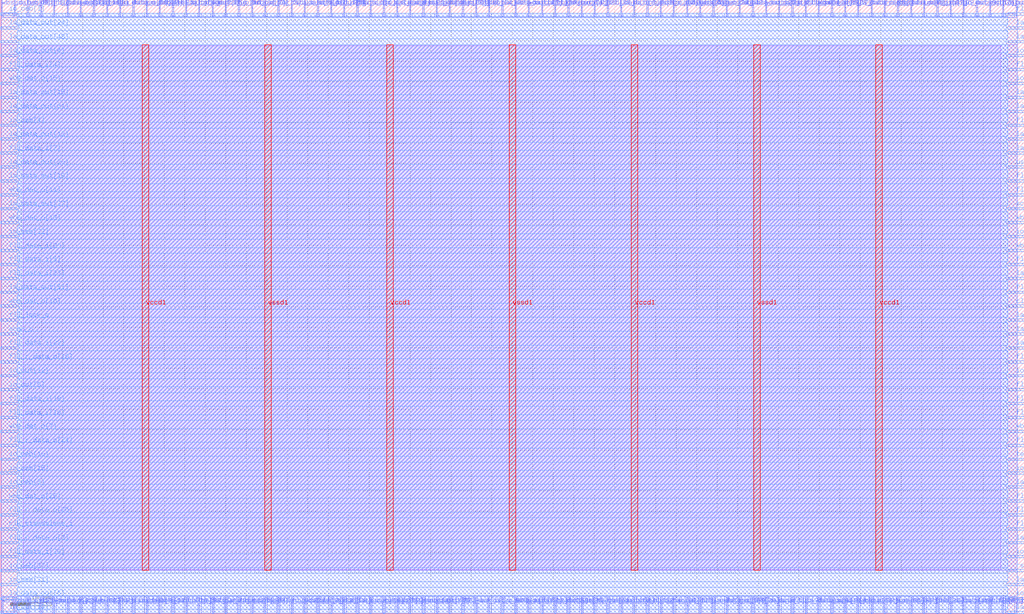
<source format=lef>
VERSION 5.7 ;
  NOWIREEXTENSIONATPIN ON ;
  DIVIDERCHAR "/" ;
  BUSBITCHARS "[]" ;
MACRO clk_rst_gen
  CLASS BLOCK ;
  FOREIGN clk_rst_gen ;
  ORIGIN 0.000 0.000 ;
  SIZE 250.000 BY 150.000 ;
  PIN clk_i
    DIRECTION INPUT ;
    USE SIGNAL ;
    PORT
      LAYER met3 ;
        RECT 246.000 74.840 250.000 75.440 ;
    END
  END clk_i
  PIN clk_o
    DIRECTION OUTPUT TRISTATE ;
    USE SIGNAL ;
    PORT
      LAYER met2 ;
        RECT 109.570 0.000 109.850 4.000 ;
    END
  END clk_o
  PIN clk_sel_i
    DIRECTION INPUT ;
    USE SIGNAL ;
    PORT
      LAYER met2 ;
        RECT 22.630 146.000 22.910 150.000 ;
    END
  END clk_sel_i
  PIN clk_standalone_i
    DIRECTION INPUT ;
    USE SIGNAL ;
    PORT
      LAYER met3 ;
        RECT 0.000 20.440 4.000 21.040 ;
    END
  END clk_standalone_i
  PIN fll_ack_o
    DIRECTION OUTPUT TRISTATE ;
    USE SIGNAL ;
    PORT
      LAYER met2 ;
        RECT 112.790 0.000 113.070 4.000 ;
    END
  END fll_ack_o
  PIN fll_add_i[0]
    DIRECTION INPUT ;
    USE SIGNAL ;
    PORT
      LAYER met3 ;
        RECT 246.000 146.240 250.000 146.840 ;
    END
  END fll_add_i[0]
  PIN fll_add_i[1]
    DIRECTION INPUT ;
    USE SIGNAL ;
    PORT
      LAYER met2 ;
        RECT 241.590 0.000 241.870 4.000 ;
    END
  END fll_add_i[1]
  PIN fll_data_i[0]
    DIRECTION INPUT ;
    USE SIGNAL ;
    PORT
      LAYER met2 ;
        RECT 83.810 146.000 84.090 150.000 ;
    END
  END fll_data_i[0]
  PIN fll_data_i[10]
    DIRECTION INPUT ;
    USE SIGNAL ;
    PORT
      LAYER met3 ;
        RECT 0.000 47.640 4.000 48.240 ;
    END
  END fll_data_i[10]
  PIN fll_data_i[11]
    DIRECTION INPUT ;
    USE SIGNAL ;
    PORT
      LAYER met2 ;
        RECT 16.190 146.000 16.470 150.000 ;
    END
  END fll_data_i[11]
  PIN fll_data_i[12]
    DIRECTION INPUT ;
    USE SIGNAL ;
    PORT
      LAYER met3 ;
        RECT 246.000 105.440 250.000 106.040 ;
    END
  END fll_data_i[12]
  PIN fll_data_i[13]
    DIRECTION INPUT ;
    USE SIGNAL ;
    PORT
      LAYER met2 ;
        RECT 199.730 0.000 200.010 4.000 ;
    END
  END fll_data_i[13]
  PIN fll_data_i[14]
    DIRECTION INPUT ;
    USE SIGNAL ;
    PORT
      LAYER met2 ;
        RECT 164.310 146.000 164.590 150.000 ;
    END
  END fll_data_i[14]
  PIN fll_data_i[15]
    DIRECTION INPUT ;
    USE SIGNAL ;
    PORT
      LAYER met2 ;
        RECT 70.930 146.000 71.210 150.000 ;
    END
  END fll_data_i[15]
  PIN fll_data_i[16]
    DIRECTION INPUT ;
    USE SIGNAL ;
    PORT
      LAYER met3 ;
        RECT 246.000 40.840 250.000 41.440 ;
    END
  END fll_data_i[16]
  PIN fll_data_i[17]
    DIRECTION INPUT ;
    USE SIGNAL ;
    PORT
      LAYER met2 ;
        RECT 32.290 0.000 32.570 4.000 ;
    END
  END fll_data_i[17]
  PIN fll_data_i[18]
    DIRECTION INPUT ;
    USE SIGNAL ;
    PORT
      LAYER met3 ;
        RECT 0.000 51.040 4.000 51.640 ;
    END
  END fll_data_i[18]
  PIN fll_data_i[19]
    DIRECTION INPUT ;
    USE SIGNAL ;
    PORT
      LAYER met2 ;
        RECT 157.870 146.000 158.150 150.000 ;
    END
  END fll_data_i[19]
  PIN fll_data_i[1]
    DIRECTION INPUT ;
    USE SIGNAL ;
    PORT
      LAYER met2 ;
        RECT 135.330 146.000 135.610 150.000 ;
    END
  END fll_data_i[1]
  PIN fll_data_i[20]
    DIRECTION INPUT ;
    USE SIGNAL ;
    PORT
      LAYER met3 ;
        RECT 0.000 88.440 4.000 89.040 ;
    END
  END fll_data_i[20]
  PIN fll_data_i[21]
    DIRECTION INPUT ;
    USE SIGNAL ;
    PORT
      LAYER met3 ;
        RECT 246.000 51.040 250.000 51.640 ;
    END
  END fll_data_i[21]
  PIN fll_data_i[22]
    DIRECTION INPUT ;
    USE SIGNAL ;
    PORT
      LAYER met2 ;
        RECT 9.750 0.000 10.030 4.000 ;
    END
  END fll_data_i[22]
  PIN fll_data_i[23]
    DIRECTION INPUT ;
    USE SIGNAL ;
    PORT
      LAYER met3 ;
        RECT 0.000 81.640 4.000 82.240 ;
    END
  END fll_data_i[23]
  PIN fll_data_i[24]
    DIRECTION INPUT ;
    USE SIGNAL ;
    PORT
      LAYER met3 ;
        RECT 246.000 54.440 250.000 55.040 ;
    END
  END fll_data_i[24]
  PIN fll_data_i[25]
    DIRECTION INPUT ;
    USE SIGNAL ;
    PORT
      LAYER met2 ;
        RECT 196.510 146.000 196.790 150.000 ;
    END
  END fll_data_i[25]
  PIN fll_data_i[26]
    DIRECTION INPUT ;
    USE SIGNAL ;
    PORT
      LAYER met2 ;
        RECT 228.710 0.000 228.990 4.000 ;
    END
  END fll_data_i[26]
  PIN fll_data_i[27]
    DIRECTION INPUT ;
    USE SIGNAL ;
    PORT
      LAYER met2 ;
        RECT 222.270 146.000 222.550 150.000 ;
    END
  END fll_data_i[27]
  PIN fll_data_i[28]
    DIRECTION INPUT ;
    USE SIGNAL ;
    PORT
      LAYER met2 ;
        RECT 12.970 146.000 13.250 150.000 ;
    END
  END fll_data_i[28]
  PIN fll_data_i[29]
    DIRECTION INPUT ;
    USE SIGNAL ;
    PORT
      LAYER met3 ;
        RECT 0.000 64.640 4.000 65.240 ;
    END
  END fll_data_i[29]
  PIN fll_data_i[2]
    DIRECTION INPUT ;
    USE SIGNAL ;
    PORT
      LAYER met2 ;
        RECT 70.930 0.000 71.210 4.000 ;
    END
  END fll_data_i[2]
  PIN fll_data_i[30]
    DIRECTION INPUT ;
    USE SIGNAL ;
    PORT
      LAYER met3 ;
        RECT 0.000 13.640 4.000 14.240 ;
    END
  END fll_data_i[30]
  PIN fll_data_i[31]
    DIRECTION INPUT ;
    USE SIGNAL ;
    PORT
      LAYER met3 ;
        RECT 246.000 27.240 250.000 27.840 ;
    END
  END fll_data_i[31]
  PIN fll_data_i[3]
    DIRECTION INPUT ;
    USE SIGNAL ;
    PORT
      LAYER met2 ;
        RECT 87.030 146.000 87.310 150.000 ;
    END
  END fll_data_i[3]
  PIN fll_data_i[4]
    DIRECTION INPUT ;
    USE SIGNAL ;
    PORT
      LAYER met3 ;
        RECT 0.000 132.640 4.000 133.240 ;
    END
  END fll_data_i[4]
  PIN fll_data_i[5]
    DIRECTION INPUT ;
    USE SIGNAL ;
    PORT
      LAYER met3 ;
        RECT 0.000 85.040 4.000 85.640 ;
    END
  END fll_data_i[5]
  PIN fll_data_i[6]
    DIRECTION INPUT ;
    USE SIGNAL ;
    PORT
      LAYER met2 ;
        RECT 183.630 0.000 183.910 4.000 ;
    END
  END fll_data_i[6]
  PIN fll_data_i[7]
    DIRECTION INPUT ;
    USE SIGNAL ;
    PORT
      LAYER met3 ;
        RECT 0.000 112.240 4.000 112.840 ;
    END
  END fll_data_i[7]
  PIN fll_data_i[8]
    DIRECTION INPUT ;
    USE SIGNAL ;
    PORT
      LAYER met2 ;
        RECT 148.210 146.000 148.490 150.000 ;
    END
  END fll_data_i[8]
  PIN fll_data_i[9]
    DIRECTION INPUT ;
    USE SIGNAL ;
    PORT
      LAYER met2 ;
        RECT 157.870 0.000 158.150 4.000 ;
    END
  END fll_data_i[9]
  PIN fll_lock_o
    DIRECTION OUTPUT TRISTATE ;
    USE SIGNAL ;
    PORT
      LAYER met3 ;
        RECT 0.000 71.440 4.000 72.040 ;
    END
  END fll_lock_o
  PIN fll_r_data_o[0]
    DIRECTION OUTPUT TRISTATE ;
    USE SIGNAL ;
    PORT
      LAYER met3 ;
        RECT 246.000 61.240 250.000 61.840 ;
    END
  END fll_r_data_o[0]
  PIN fll_r_data_o[10]
    DIRECTION OUTPUT TRISTATE ;
    USE SIGNAL ;
    PORT
      LAYER met2 ;
        RECT 170.750 0.000 171.030 4.000 ;
    END
  END fll_r_data_o[10]
  PIN fll_r_data_o[11]
    DIRECTION OUTPUT TRISTATE ;
    USE SIGNAL ;
    PORT
      LAYER met2 ;
        RECT 25.850 146.000 26.130 150.000 ;
    END
  END fll_r_data_o[11]
  PIN fll_r_data_o[12]
    DIRECTION OUTPUT TRISTATE ;
    USE SIGNAL ;
    PORT
      LAYER met2 ;
        RECT 154.650 146.000 154.930 150.000 ;
    END
  END fll_r_data_o[12]
  PIN fll_r_data_o[13]
    DIRECTION OUTPUT TRISTATE ;
    USE SIGNAL ;
    PORT
      LAYER met3 ;
        RECT 246.000 23.840 250.000 24.440 ;
    END
  END fll_r_data_o[13]
  PIN fll_r_data_o[14]
    DIRECTION OUTPUT TRISTATE ;
    USE SIGNAL ;
    PORT
      LAYER met3 ;
        RECT 246.000 20.440 250.000 21.040 ;
    END
  END fll_r_data_o[14]
  PIN fll_r_data_o[15]
    DIRECTION OUTPUT TRISTATE ;
    USE SIGNAL ;
    PORT
      LAYER met3 ;
        RECT 246.000 78.240 250.000 78.840 ;
    END
  END fll_r_data_o[15]
  PIN fll_r_data_o[16]
    DIRECTION OUTPUT TRISTATE ;
    USE SIGNAL ;
    PORT
      LAYER met3 ;
        RECT 0.000 61.240 4.000 61.840 ;
    END
  END fll_r_data_o[16]
  PIN fll_r_data_o[17]
    DIRECTION OUTPUT TRISTATE ;
    USE SIGNAL ;
    PORT
      LAYER met2 ;
        RECT 231.930 146.000 232.210 150.000 ;
    END
  END fll_r_data_o[17]
  PIN fll_r_data_o[18]
    DIRECTION OUTPUT TRISTATE ;
    USE SIGNAL ;
    PORT
      LAYER met2 ;
        RECT 67.710 0.000 67.990 4.000 ;
    END
  END fll_r_data_o[18]
  PIN fll_r_data_o[19]
    DIRECTION OUTPUT TRISTATE ;
    USE SIGNAL ;
    PORT
      LAYER met3 ;
        RECT 246.000 85.040 250.000 85.640 ;
    END
  END fll_r_data_o[19]
  PIN fll_r_data_o[1]
    DIRECTION OUTPUT TRISTATE ;
    USE SIGNAL ;
    PORT
      LAYER met2 ;
        RECT 132.110 146.000 132.390 150.000 ;
    END
  END fll_r_data_o[1]
  PIN fll_r_data_o[20]
    DIRECTION OUTPUT TRISTATE ;
    USE SIGNAL ;
    PORT
      LAYER met2 ;
        RECT 93.470 146.000 93.750 150.000 ;
    END
  END fll_r_data_o[20]
  PIN fll_r_data_o[21]
    DIRECTION OUTPUT TRISTATE ;
    USE SIGNAL ;
    PORT
      LAYER met2 ;
        RECT 32.290 146.000 32.570 150.000 ;
    END
  END fll_r_data_o[21]
  PIN fll_r_data_o[22]
    DIRECTION OUTPUT TRISTATE ;
    USE SIGNAL ;
    PORT
      LAYER met2 ;
        RECT 45.170 0.000 45.450 4.000 ;
    END
  END fll_r_data_o[22]
  PIN fll_r_data_o[23]
    DIRECTION OUTPUT TRISTATE ;
    USE SIGNAL ;
    PORT
      LAYER met2 ;
        RECT 215.830 146.000 216.110 150.000 ;
    END
  END fll_r_data_o[23]
  PIN fll_r_data_o[24]
    DIRECTION OUTPUT TRISTATE ;
    USE SIGNAL ;
    PORT
      LAYER met3 ;
        RECT 0.000 40.840 4.000 41.440 ;
    END
  END fll_r_data_o[24]
  PIN fll_r_data_o[25]
    DIRECTION OUTPUT TRISTATE ;
    USE SIGNAL ;
    PORT
      LAYER met3 ;
        RECT 0.000 23.840 4.000 24.440 ;
    END
  END fll_r_data_o[25]
  PIN fll_r_data_o[26]
    DIRECTION OUTPUT TRISTATE ;
    USE SIGNAL ;
    PORT
      LAYER met3 ;
        RECT 246.000 132.640 250.000 133.240 ;
    END
  END fll_r_data_o[26]
  PIN fll_r_data_o[27]
    DIRECTION OUTPUT TRISTATE ;
    USE SIGNAL ;
    PORT
      LAYER met2 ;
        RECT 9.750 146.000 10.030 150.000 ;
    END
  END fll_r_data_o[27]
  PIN fll_r_data_o[28]
    DIRECTION OUTPUT TRISTATE ;
    USE SIGNAL ;
    PORT
      LAYER met2 ;
        RECT 206.170 146.000 206.450 150.000 ;
    END
  END fll_r_data_o[28]
  PIN fll_r_data_o[29]
    DIRECTION OUTPUT TRISTATE ;
    USE SIGNAL ;
    PORT
      LAYER met2 ;
        RECT 103.130 146.000 103.410 150.000 ;
    END
  END fll_r_data_o[29]
  PIN fll_r_data_o[2]
    DIRECTION OUTPUT TRISTATE ;
    USE SIGNAL ;
    PORT
      LAYER met3 ;
        RECT 246.000 119.040 250.000 119.640 ;
    END
  END fll_r_data_o[2]
  PIN fll_r_data_o[30]
    DIRECTION OUTPUT TRISTATE ;
    USE SIGNAL ;
    PORT
      LAYER met2 ;
        RECT 161.090 146.000 161.370 150.000 ;
    END
  END fll_r_data_o[30]
  PIN fll_r_data_o[31]
    DIRECTION OUTPUT TRISTATE ;
    USE SIGNAL ;
    PORT
      LAYER met3 ;
        RECT 246.000 47.640 250.000 48.240 ;
    END
  END fll_r_data_o[31]
  PIN fll_r_data_o[3]
    DIRECTION OUTPUT TRISTATE ;
    USE SIGNAL ;
    PORT
      LAYER met3 ;
        RECT 0.000 17.040 4.000 17.640 ;
    END
  END fll_r_data_o[3]
  PIN fll_r_data_o[4]
    DIRECTION OUTPUT TRISTATE ;
    USE SIGNAL ;
    PORT
      LAYER met2 ;
        RECT 119.230 0.000 119.510 4.000 ;
    END
  END fll_r_data_o[4]
  PIN fll_r_data_o[5]
    DIRECTION OUTPUT TRISTATE ;
    USE SIGNAL ;
    PORT
      LAYER met2 ;
        RECT 193.290 0.000 193.570 4.000 ;
    END
  END fll_r_data_o[5]
  PIN fll_r_data_o[6]
    DIRECTION OUTPUT TRISTATE ;
    USE SIGNAL ;
    PORT
      LAYER met3 ;
        RECT 246.000 102.040 250.000 102.640 ;
    END
  END fll_r_data_o[6]
  PIN fll_r_data_o[7]
    DIRECTION OUTPUT TRISTATE ;
    USE SIGNAL ;
    PORT
      LAYER met2 ;
        RECT 54.830 146.000 55.110 150.000 ;
    END
  END fll_r_data_o[7]
  PIN fll_r_data_o[8]
    DIRECTION OUTPUT TRISTATE ;
    USE SIGNAL ;
    PORT
      LAYER met2 ;
        RECT 132.110 0.000 132.390 4.000 ;
    END
  END fll_r_data_o[8]
  PIN fll_r_data_o[9]
    DIRECTION OUTPUT TRISTATE ;
    USE SIGNAL ;
    PORT
      LAYER met2 ;
        RECT 90.250 146.000 90.530 150.000 ;
    END
  END fll_r_data_o[9]
  PIN fll_req_i
    DIRECTION INPUT ;
    USE SIGNAL ;
    PORT
      LAYER met2 ;
        RECT 212.610 146.000 212.890 150.000 ;
    END
  END fll_req_i
  PIN fll_wrn_i
    DIRECTION INPUT ;
    USE SIGNAL ;
    PORT
      LAYER met2 ;
        RECT 77.370 0.000 77.650 4.000 ;
    END
  END fll_wrn_i
  PIN io_oeb[0]
    DIRECTION OUTPUT TRISTATE ;
    USE SIGNAL ;
    PORT
      LAYER met2 ;
        RECT 161.090 0.000 161.370 4.000 ;
    END
  END io_oeb[0]
  PIN io_oeb[10]
    DIRECTION OUTPUT TRISTATE ;
    USE SIGNAL ;
    PORT
      LAYER met3 ;
        RECT 0.000 37.440 4.000 38.040 ;
    END
  END io_oeb[10]
  PIN io_oeb[11]
    DIRECTION OUTPUT TRISTATE ;
    USE SIGNAL ;
    PORT
      LAYER met2 ;
        RECT 144.990 146.000 145.270 150.000 ;
    END
  END io_oeb[11]
  PIN io_oeb[12]
    DIRECTION OUTPUT TRISTATE ;
    USE SIGNAL ;
    PORT
      LAYER met2 ;
        RECT 177.190 146.000 177.470 150.000 ;
    END
  END io_oeb[12]
  PIN io_oeb[13]
    DIRECTION OUTPUT TRISTATE ;
    USE SIGNAL ;
    PORT
      LAYER met2 ;
        RECT 22.630 0.000 22.910 4.000 ;
    END
  END io_oeb[13]
  PIN io_oeb[14]
    DIRECTION OUTPUT TRISTATE ;
    USE SIGNAL ;
    PORT
      LAYER met2 ;
        RECT 173.970 146.000 174.250 150.000 ;
    END
  END io_oeb[14]
  PIN io_oeb[15]
    DIRECTION OUTPUT TRISTATE ;
    USE SIGNAL ;
    PORT
      LAYER met3 ;
        RECT 0.000 34.040 4.000 34.640 ;
    END
  END io_oeb[15]
  PIN io_oeb[16]
    DIRECTION OUTPUT TRISTATE ;
    USE SIGNAL ;
    PORT
      LAYER met2 ;
        RECT 164.310 0.000 164.590 4.000 ;
    END
  END io_oeb[16]
  PIN io_oeb[17]
    DIRECTION OUTPUT TRISTATE ;
    USE SIGNAL ;
    PORT
      LAYER met2 ;
        RECT 202.950 146.000 203.230 150.000 ;
    END
  END io_oeb[17]
  PIN io_oeb[18]
    DIRECTION OUTPUT TRISTATE ;
    USE SIGNAL ;
    PORT
      LAYER met2 ;
        RECT 6.530 146.000 6.810 150.000 ;
    END
  END io_oeb[18]
  PIN io_oeb[19]
    DIRECTION OUTPUT TRISTATE ;
    USE SIGNAL ;
    PORT
      LAYER met2 ;
        RECT 248.030 0.000 248.310 4.000 ;
    END
  END io_oeb[19]
  PIN io_oeb[1]
    DIRECTION OUTPUT TRISTATE ;
    USE SIGNAL ;
    PORT
      LAYER met3 ;
        RECT 0.000 146.240 4.000 146.840 ;
    END
  END io_oeb[1]
  PIN io_oeb[20]
    DIRECTION OUTPUT TRISTATE ;
    USE SIGNAL ;
    PORT
      LAYER met2 ;
        RECT 180.410 0.000 180.690 4.000 ;
    END
  END io_oeb[20]
  PIN io_oeb[21]
    DIRECTION OUTPUT TRISTATE ;
    USE SIGNAL ;
    PORT
      LAYER met3 ;
        RECT 246.000 129.240 250.000 129.840 ;
    END
  END io_oeb[21]
  PIN io_oeb[22]
    DIRECTION OUTPUT TRISTATE ;
    USE SIGNAL ;
    PORT
      LAYER met3 ;
        RECT 246.000 13.640 250.000 14.240 ;
    END
  END io_oeb[22]
  PIN io_oeb[23]
    DIRECTION OUTPUT TRISTATE ;
    USE SIGNAL ;
    PORT
      LAYER met2 ;
        RECT 19.410 0.000 19.690 4.000 ;
    END
  END io_oeb[23]
  PIN io_oeb[24]
    DIRECTION OUTPUT TRISTATE ;
    USE SIGNAL ;
    PORT
      LAYER met2 ;
        RECT 177.190 0.000 177.470 4.000 ;
    END
  END io_oeb[24]
  PIN io_oeb[25]
    DIRECTION OUTPUT TRISTATE ;
    USE SIGNAL ;
    PORT
      LAYER met2 ;
        RECT 225.490 0.000 225.770 4.000 ;
    END
  END io_oeb[25]
  PIN io_oeb[26]
    DIRECTION OUTPUT TRISTATE ;
    USE SIGNAL ;
    PORT
      LAYER met2 ;
        RECT 109.570 146.000 109.850 150.000 ;
    END
  END io_oeb[26]
  PIN io_oeb[27]
    DIRECTION OUTPUT TRISTATE ;
    USE SIGNAL ;
    PORT
      LAYER met2 ;
        RECT 219.050 0.000 219.330 4.000 ;
    END
  END io_oeb[27]
  PIN io_oeb[28]
    DIRECTION OUTPUT TRISTATE ;
    USE SIGNAL ;
    PORT
      LAYER met3 ;
        RECT 246.000 57.840 250.000 58.440 ;
    END
  END io_oeb[28]
  PIN io_oeb[29]
    DIRECTION OUTPUT TRISTATE ;
    USE SIGNAL ;
    PORT
      LAYER met2 ;
        RECT 228.710 146.000 228.990 150.000 ;
    END
  END io_oeb[29]
  PIN io_oeb[2]
    DIRECTION OUTPUT TRISTATE ;
    USE SIGNAL ;
    PORT
      LAYER met2 ;
        RECT 61.270 0.000 61.550 4.000 ;
    END
  END io_oeb[2]
  PIN io_oeb[30]
    DIRECTION OUTPUT TRISTATE ;
    USE SIGNAL ;
    PORT
      LAYER met3 ;
        RECT 246.000 3.440 250.000 4.040 ;
    END
  END io_oeb[30]
  PIN io_oeb[31]
    DIRECTION OUTPUT TRISTATE ;
    USE SIGNAL ;
    PORT
      LAYER met3 ;
        RECT 0.000 6.840 4.000 7.440 ;
    END
  END io_oeb[31]
  PIN io_oeb[32]
    DIRECTION OUTPUT TRISTATE ;
    USE SIGNAL ;
    PORT
      LAYER met3 ;
        RECT 0.000 91.840 4.000 92.440 ;
    END
  END io_oeb[32]
  PIN io_oeb[33]
    DIRECTION OUTPUT TRISTATE ;
    USE SIGNAL ;
    PORT
      LAYER met2 ;
        RECT 93.470 0.000 93.750 4.000 ;
    END
  END io_oeb[33]
  PIN io_oeb[34]
    DIRECTION OUTPUT TRISTATE ;
    USE SIGNAL ;
    PORT
      LAYER met2 ;
        RECT 116.010 146.000 116.290 150.000 ;
    END
  END io_oeb[34]
  PIN io_oeb[35]
    DIRECTION OUTPUT TRISTATE ;
    USE SIGNAL ;
    PORT
      LAYER met2 ;
        RECT 238.370 146.000 238.650 150.000 ;
    END
  END io_oeb[35]
  PIN io_oeb[36]
    DIRECTION OUTPUT TRISTATE ;
    USE SIGNAL ;
    PORT
      LAYER met2 ;
        RECT 167.530 146.000 167.810 150.000 ;
    END
  END io_oeb[36]
  PIN io_oeb[37]
    DIRECTION OUTPUT TRISTATE ;
    USE SIGNAL ;
    PORT
      LAYER met3 ;
        RECT 0.000 10.240 4.000 10.840 ;
    END
  END io_oeb[37]
  PIN io_oeb[3]
    DIRECTION OUTPUT TRISTATE ;
    USE SIGNAL ;
    PORT
      LAYER met3 ;
        RECT 0.000 30.640 4.000 31.240 ;
    END
  END io_oeb[3]
  PIN io_oeb[4]
    DIRECTION OUTPUT TRISTATE ;
    USE SIGNAL ;
    PORT
      LAYER met3 ;
        RECT 0.000 119.040 4.000 119.640 ;
    END
  END io_oeb[4]
  PIN io_oeb[5]
    DIRECTION OUTPUT TRISTATE ;
    USE SIGNAL ;
    PORT
      LAYER met2 ;
        RECT 35.510 146.000 35.790 150.000 ;
    END
  END io_oeb[5]
  PIN io_oeb[6]
    DIRECTION OUTPUT TRISTATE ;
    USE SIGNAL ;
    PORT
      LAYER met2 ;
        RECT 58.050 0.000 58.330 4.000 ;
    END
  END io_oeb[6]
  PIN io_oeb[7]
    DIRECTION OUTPUT TRISTATE ;
    USE SIGNAL ;
    PORT
      LAYER met3 ;
        RECT 246.000 34.040 250.000 34.640 ;
    END
  END io_oeb[7]
  PIN io_oeb[8]
    DIRECTION OUTPUT TRISTATE ;
    USE SIGNAL ;
    PORT
      LAYER met2 ;
        RECT 3.310 146.000 3.590 150.000 ;
    END
  END io_oeb[8]
  PIN io_oeb[9]
    DIRECTION OUTPUT TRISTATE ;
    USE SIGNAL ;
    PORT
      LAYER met2 ;
        RECT 48.390 0.000 48.670 4.000 ;
    END
  END io_oeb[9]
  PIN io_out[0]
    DIRECTION OUTPUT TRISTATE ;
    USE SIGNAL ;
    PORT
      LAYER met2 ;
        RECT 58.050 146.000 58.330 150.000 ;
    END
  END io_out[0]
  PIN io_out[10]
    DIRECTION OUTPUT TRISTATE ;
    USE SIGNAL ;
    PORT
      LAYER met2 ;
        RECT 138.550 146.000 138.830 150.000 ;
    END
  END io_out[10]
  PIN io_out[11]
    DIRECTION OUTPUT TRISTATE ;
    USE SIGNAL ;
    PORT
      LAYER met3 ;
        RECT 246.000 136.040 250.000 136.640 ;
    END
  END io_out[11]
  PIN io_out[12]
    DIRECTION OUTPUT TRISTATE ;
    USE SIGNAL ;
    PORT
      LAYER met3 ;
        RECT 0.000 57.840 4.000 58.440 ;
    END
  END io_out[12]
  PIN io_out[13]
    DIRECTION OUTPUT TRISTATE ;
    USE SIGNAL ;
    PORT
      LAYER met2 ;
        RECT 112.790 146.000 113.070 150.000 ;
    END
  END io_out[13]
  PIN io_out[14]
    DIRECTION OUTPUT TRISTATE ;
    USE SIGNAL ;
    PORT
      LAYER met2 ;
        RECT 135.330 0.000 135.610 4.000 ;
    END
  END io_out[14]
  PIN io_out[15]
    DIRECTION OUTPUT TRISTATE ;
    USE SIGNAL ;
    PORT
      LAYER met2 ;
        RECT 222.270 0.000 222.550 4.000 ;
    END
  END io_out[15]
  PIN io_out[16]
    DIRECTION OUTPUT TRISTATE ;
    USE SIGNAL ;
    PORT
      LAYER met2 ;
        RECT 119.230 146.000 119.510 150.000 ;
    END
  END io_out[16]
  PIN io_out[17]
    DIRECTION OUTPUT TRISTATE ;
    USE SIGNAL ;
    PORT
      LAYER met2 ;
        RECT 209.390 0.000 209.670 4.000 ;
    END
  END io_out[17]
  PIN io_out[18]
    DIRECTION OUTPUT TRISTATE ;
    USE SIGNAL ;
    PORT
      LAYER met2 ;
        RECT 106.350 0.000 106.630 4.000 ;
    END
  END io_out[18]
  PIN io_out[19]
    DIRECTION OUTPUT TRISTATE ;
    USE SIGNAL ;
    PORT
      LAYER met3 ;
        RECT 0.000 0.040 4.000 0.640 ;
    END
  END io_out[19]
  PIN io_out[1]
    DIRECTION OUTPUT TRISTATE ;
    USE SIGNAL ;
    PORT
      LAYER met2 ;
        RECT 154.650 0.000 154.930 4.000 ;
    END
  END io_out[1]
  PIN io_out[20]
    DIRECTION OUTPUT TRISTATE ;
    USE SIGNAL ;
    PORT
      LAYER met3 ;
        RECT 246.000 91.840 250.000 92.440 ;
    END
  END io_out[20]
  PIN io_out[21]
    DIRECTION OUTPUT TRISTATE ;
    USE SIGNAL ;
    PORT
      LAYER met2 ;
        RECT 141.770 146.000 142.050 150.000 ;
    END
  END io_out[21]
  PIN io_out[22]
    DIRECTION OUTPUT TRISTATE ;
    USE SIGNAL ;
    PORT
      LAYER met2 ;
        RECT 248.030 146.000 248.310 150.000 ;
    END
  END io_out[22]
  PIN io_out[23]
    DIRECTION OUTPUT TRISTATE ;
    USE SIGNAL ;
    PORT
      LAYER met2 ;
        RECT 48.390 146.000 48.670 150.000 ;
    END
  END io_out[23]
  PIN io_out[24]
    DIRECTION OUTPUT TRISTATE ;
    USE SIGNAL ;
    PORT
      LAYER met2 ;
        RECT 215.830 0.000 216.110 4.000 ;
    END
  END io_out[24]
  PIN io_out[25]
    DIRECTION OUTPUT TRISTATE ;
    USE SIGNAL ;
    PORT
      LAYER met2 ;
        RECT 80.590 0.000 80.870 4.000 ;
    END
  END io_out[25]
  PIN io_out[2]
    DIRECTION OUTPUT TRISTATE ;
    USE SIGNAL ;
    PORT
      LAYER met2 ;
        RECT 238.370 0.000 238.650 4.000 ;
    END
  END io_out[2]
  PIN io_out[3]
    DIRECTION OUTPUT TRISTATE ;
    USE SIGNAL ;
    PORT
      LAYER met2 ;
        RECT 64.490 146.000 64.770 150.000 ;
    END
  END io_out[3]
  PIN io_out[4]
    DIRECTION OUTPUT TRISTATE ;
    USE SIGNAL ;
    PORT
      LAYER met2 ;
        RECT 138.550 0.000 138.830 4.000 ;
    END
  END io_out[4]
  PIN io_out[5]
    DIRECTION OUTPUT TRISTATE ;
    USE SIGNAL ;
    PORT
      LAYER met3 ;
        RECT 0.000 54.440 4.000 55.040 ;
    END
  END io_out[5]
  PIN io_out[6]
    DIRECTION OUTPUT TRISTATE ;
    USE SIGNAL ;
    PORT
      LAYER met2 ;
        RECT 80.590 146.000 80.870 150.000 ;
    END
  END io_out[6]
  PIN io_out[7]
    DIRECTION OUTPUT TRISTATE ;
    USE SIGNAL ;
    PORT
      LAYER met2 ;
        RECT 61.270 146.000 61.550 150.000 ;
    END
  END io_out[7]
  PIN io_out[8]
    DIRECTION OUTPUT TRISTATE ;
    USE SIGNAL ;
    PORT
      LAYER met2 ;
        RECT 235.150 146.000 235.430 150.000 ;
    END
  END io_out[8]
  PIN io_out[9]
    DIRECTION OUTPUT TRISTATE ;
    USE SIGNAL ;
    PORT
      LAYER met2 ;
        RECT 244.810 146.000 245.090 150.000 ;
    END
  END io_out[9]
  PIN la_data_out[0]
    DIRECTION OUTPUT TRISTATE ;
    USE SIGNAL ;
    PORT
      LAYER met2 ;
        RECT 173.970 0.000 174.250 4.000 ;
    END
  END la_data_out[0]
  PIN la_data_out[10]
    DIRECTION OUTPUT TRISTATE ;
    USE SIGNAL ;
    PORT
      LAYER met3 ;
        RECT 0.000 105.440 4.000 106.040 ;
    END
  END la_data_out[10]
  PIN la_data_out[11]
    DIRECTION OUTPUT TRISTATE ;
    USE SIGNAL ;
    PORT
      LAYER met2 ;
        RECT 202.950 0.000 203.230 4.000 ;
    END
  END la_data_out[11]
  PIN la_data_out[12]
    DIRECTION OUTPUT TRISTATE ;
    USE SIGNAL ;
    PORT
      LAYER met3 ;
        RECT 0.000 115.640 4.000 116.240 ;
    END
  END la_data_out[12]
  PIN la_data_out[13]
    DIRECTION OUTPUT TRISTATE ;
    USE SIGNAL ;
    PORT
      LAYER met3 ;
        RECT 246.000 142.840 250.000 143.440 ;
    END
  END la_data_out[13]
  PIN la_data_out[14]
    DIRECTION OUTPUT TRISTATE ;
    USE SIGNAL ;
    PORT
      LAYER met2 ;
        RECT 193.290 146.000 193.570 150.000 ;
    END
  END la_data_out[14]
  PIN la_data_out[15]
    DIRECTION OUTPUT TRISTATE ;
    USE SIGNAL ;
    PORT
      LAYER met3 ;
        RECT 0.000 125.840 4.000 126.440 ;
    END
  END la_data_out[15]
  PIN la_data_out[16]
    DIRECTION OUTPUT TRISTATE ;
    USE SIGNAL ;
    PORT
      LAYER met2 ;
        RECT 83.810 0.000 84.090 4.000 ;
    END
  END la_data_out[16]
  PIN la_data_out[17]
    DIRECTION OUTPUT TRISTATE ;
    USE SIGNAL ;
    PORT
      LAYER met3 ;
        RECT 246.000 17.040 250.000 17.640 ;
    END
  END la_data_out[17]
  PIN la_data_out[18]
    DIRECTION OUTPUT TRISTATE ;
    USE SIGNAL ;
    PORT
      LAYER met2 ;
        RECT 122.450 146.000 122.730 150.000 ;
    END
  END la_data_out[18]
  PIN la_data_out[19]
    DIRECTION OUTPUT TRISTATE ;
    USE SIGNAL ;
    PORT
      LAYER met2 ;
        RECT 96.690 0.000 96.970 4.000 ;
    END
  END la_data_out[19]
  PIN la_data_out[1]
    DIRECTION OUTPUT TRISTATE ;
    USE SIGNAL ;
    PORT
      LAYER met3 ;
        RECT 246.000 0.040 250.000 0.640 ;
    END
  END la_data_out[1]
  PIN la_data_out[20]
    DIRECTION OUTPUT TRISTATE ;
    USE SIGNAL ;
    PORT
      LAYER met3 ;
        RECT 0.000 108.840 4.000 109.440 ;
    END
  END la_data_out[20]
  PIN la_data_out[21]
    DIRECTION OUTPUT TRISTATE ;
    USE SIGNAL ;
    PORT
      LAYER met2 ;
        RECT 151.430 0.000 151.710 4.000 ;
    END
  END la_data_out[21]
  PIN la_data_out[22]
    DIRECTION OUTPUT TRISTATE ;
    USE SIGNAL ;
    PORT
      LAYER met3 ;
        RECT 246.000 125.840 250.000 126.440 ;
    END
  END la_data_out[22]
  PIN la_data_out[23]
    DIRECTION OUTPUT TRISTATE ;
    USE SIGNAL ;
    PORT
      LAYER met3 ;
        RECT 246.000 81.640 250.000 82.240 ;
    END
  END la_data_out[23]
  PIN la_data_out[24]
    DIRECTION OUTPUT TRISTATE ;
    USE SIGNAL ;
    PORT
      LAYER met3 ;
        RECT 0.000 142.840 4.000 143.440 ;
    END
  END la_data_out[24]
  PIN la_data_out[25]
    DIRECTION OUTPUT TRISTATE ;
    USE SIGNAL ;
    PORT
      LAYER met2 ;
        RECT 74.150 146.000 74.430 150.000 ;
    END
  END la_data_out[25]
  PIN la_data_out[26]
    DIRECTION OUTPUT TRISTATE ;
    USE SIGNAL ;
    PORT
      LAYER met2 ;
        RECT 196.510 0.000 196.790 4.000 ;
    END
  END la_data_out[26]
  PIN la_data_out[27]
    DIRECTION OUTPUT TRISTATE ;
    USE SIGNAL ;
    PORT
      LAYER met2 ;
        RECT 180.410 146.000 180.690 150.000 ;
    END
  END la_data_out[27]
  PIN la_data_out[28]
    DIRECTION OUTPUT TRISTATE ;
    USE SIGNAL ;
    PORT
      LAYER met2 ;
        RECT 87.030 0.000 87.310 4.000 ;
    END
  END la_data_out[28]
  PIN la_data_out[29]
    DIRECTION OUTPUT TRISTATE ;
    USE SIGNAL ;
    PORT
      LAYER met2 ;
        RECT 16.190 0.000 16.470 4.000 ;
    END
  END la_data_out[29]
  PIN la_data_out[2]
    DIRECTION OUTPUT TRISTATE ;
    USE SIGNAL ;
    PORT
      LAYER met2 ;
        RECT 209.390 146.000 209.670 150.000 ;
    END
  END la_data_out[2]
  PIN la_data_out[30]
    DIRECTION OUTPUT TRISTATE ;
    USE SIGNAL ;
    PORT
      LAYER met3 ;
        RECT 246.000 6.840 250.000 7.440 ;
    END
  END la_data_out[30]
  PIN la_data_out[31]
    DIRECTION OUTPUT TRISTATE ;
    USE SIGNAL ;
    PORT
      LAYER met3 ;
        RECT 246.000 71.440 250.000 72.040 ;
    END
  END la_data_out[31]
  PIN la_data_out[32]
    DIRECTION OUTPUT TRISTATE ;
    USE SIGNAL ;
    PORT
      LAYER met2 ;
        RECT 64.490 0.000 64.770 4.000 ;
    END
  END la_data_out[32]
  PIN la_data_out[33]
    DIRECTION OUTPUT TRISTATE ;
    USE SIGNAL ;
    PORT
      LAYER met3 ;
        RECT 246.000 115.640 250.000 116.240 ;
    END
  END la_data_out[33]
  PIN la_data_out[34]
    DIRECTION OUTPUT TRISTATE ;
    USE SIGNAL ;
    PORT
      LAYER met2 ;
        RECT 29.070 146.000 29.350 150.000 ;
    END
  END la_data_out[34]
  PIN la_data_out[35]
    DIRECTION OUTPUT TRISTATE ;
    USE SIGNAL ;
    PORT
      LAYER met2 ;
        RECT 128.890 0.000 129.170 4.000 ;
    END
  END la_data_out[35]
  PIN la_data_out[36]
    DIRECTION OUTPUT TRISTATE ;
    USE SIGNAL ;
    PORT
      LAYER met3 ;
        RECT 246.000 122.440 250.000 123.040 ;
    END
  END la_data_out[36]
  PIN la_data_out[37]
    DIRECTION OUTPUT TRISTATE ;
    USE SIGNAL ;
    PORT
      LAYER met3 ;
        RECT 0.000 98.640 4.000 99.240 ;
    END
  END la_data_out[37]
  PIN la_data_out[38]
    DIRECTION OUTPUT TRISTATE ;
    USE SIGNAL ;
    PORT
      LAYER met2 ;
        RECT 51.610 0.000 51.890 4.000 ;
    END
  END la_data_out[38]
  PIN la_data_out[39]
    DIRECTION OUTPUT TRISTATE ;
    USE SIGNAL ;
    PORT
      LAYER met2 ;
        RECT 67.710 146.000 67.990 150.000 ;
    END
  END la_data_out[39]
  PIN la_data_out[3]
    DIRECTION OUTPUT TRISTATE ;
    USE SIGNAL ;
    PORT
      LAYER met2 ;
        RECT 167.530 0.000 167.810 4.000 ;
    END
  END la_data_out[3]
  PIN la_data_out[40]
    DIRECTION OUTPUT TRISTATE ;
    USE SIGNAL ;
    PORT
      LAYER met2 ;
        RECT 212.610 0.000 212.890 4.000 ;
    END
  END la_data_out[40]
  PIN la_data_out[41]
    DIRECTION OUTPUT TRISTATE ;
    USE SIGNAL ;
    PORT
      LAYER met2 ;
        RECT 190.070 146.000 190.350 150.000 ;
    END
  END la_data_out[41]
  PIN la_data_out[42]
    DIRECTION OUTPUT TRISTATE ;
    USE SIGNAL ;
    PORT
      LAYER met3 ;
        RECT 246.000 68.040 250.000 68.640 ;
    END
  END la_data_out[42]
  PIN la_data_out[43]
    DIRECTION OUTPUT TRISTATE ;
    USE SIGNAL ;
    PORT
      LAYER met2 ;
        RECT 96.690 146.000 96.970 150.000 ;
    END
  END la_data_out[43]
  PIN la_data_out[44]
    DIRECTION OUTPUT TRISTATE ;
    USE SIGNAL ;
    PORT
      LAYER met2 ;
        RECT 106.350 146.000 106.630 150.000 ;
    END
  END la_data_out[44]
  PIN la_data_out[45]
    DIRECTION OUTPUT TRISTATE ;
    USE SIGNAL ;
    PORT
      LAYER met2 ;
        RECT 99.910 146.000 100.190 150.000 ;
    END
  END la_data_out[45]
  PIN la_data_out[46]
    DIRECTION OUTPUT TRISTATE ;
    USE SIGNAL ;
    PORT
      LAYER met2 ;
        RECT 6.530 0.000 6.810 4.000 ;
    END
  END la_data_out[46]
  PIN la_data_out[47]
    DIRECTION OUTPUT TRISTATE ;
    USE SIGNAL ;
    PORT
      LAYER met2 ;
        RECT 35.510 0.000 35.790 4.000 ;
    END
  END la_data_out[47]
  PIN la_data_out[48]
    DIRECTION OUTPUT TRISTATE ;
    USE SIGNAL ;
    PORT
      LAYER met3 ;
        RECT 0.000 139.440 4.000 140.040 ;
    END
  END la_data_out[48]
  PIN la_data_out[49]
    DIRECTION OUTPUT TRISTATE ;
    USE SIGNAL ;
    PORT
      LAYER met2 ;
        RECT 99.910 0.000 100.190 4.000 ;
    END
  END la_data_out[49]
  PIN la_data_out[4]
    DIRECTION OUTPUT TRISTATE ;
    USE SIGNAL ;
    PORT
      LAYER met3 ;
        RECT 0.000 136.040 4.000 136.640 ;
    END
  END la_data_out[4]
  PIN la_data_out[50]
    DIRECTION OUTPUT TRISTATE ;
    USE SIGNAL ;
    PORT
      LAYER met2 ;
        RECT 38.730 146.000 39.010 150.000 ;
    END
  END la_data_out[50]
  PIN la_data_out[51]
    DIRECTION OUTPUT TRISTATE ;
    USE SIGNAL ;
    PORT
      LAYER met3 ;
        RECT 0.000 78.240 4.000 78.840 ;
    END
  END la_data_out[51]
  PIN la_data_out[52]
    DIRECTION OUTPUT TRISTATE ;
    USE SIGNAL ;
    PORT
      LAYER met2 ;
        RECT 25.850 0.000 26.130 4.000 ;
    END
  END la_data_out[52]
  PIN la_data_out[53]
    DIRECTION OUTPUT TRISTATE ;
    USE SIGNAL ;
    PORT
      LAYER met3 ;
        RECT 246.000 30.640 250.000 31.240 ;
    END
  END la_data_out[53]
  PIN la_data_out[54]
    DIRECTION OUTPUT TRISTATE ;
    USE SIGNAL ;
    PORT
      LAYER met3 ;
        RECT 246.000 112.240 250.000 112.840 ;
    END
  END la_data_out[54]
  PIN la_data_out[55]
    DIRECTION OUTPUT TRISTATE ;
    USE SIGNAL ;
    PORT
      LAYER met2 ;
        RECT 45.170 146.000 45.450 150.000 ;
    END
  END la_data_out[55]
  PIN la_data_out[56]
    DIRECTION OUTPUT TRISTATE ;
    USE SIGNAL ;
    PORT
      LAYER met3 ;
        RECT 246.000 64.640 250.000 65.240 ;
    END
  END la_data_out[56]
  PIN la_data_out[57]
    DIRECTION OUTPUT TRISTATE ;
    USE SIGNAL ;
    PORT
      LAYER met2 ;
        RECT 235.150 0.000 235.430 4.000 ;
    END
  END la_data_out[57]
  PIN la_data_out[58]
    DIRECTION OUTPUT TRISTATE ;
    USE SIGNAL ;
    PORT
      LAYER met2 ;
        RECT 122.450 0.000 122.730 4.000 ;
    END
  END la_data_out[58]
  PIN la_data_out[59]
    DIRECTION OUTPUT TRISTATE ;
    USE SIGNAL ;
    PORT
      LAYER met3 ;
        RECT 246.000 139.440 250.000 140.040 ;
    END
  END la_data_out[59]
  PIN la_data_out[5]
    DIRECTION OUTPUT TRISTATE ;
    USE SIGNAL ;
    PORT
      LAYER met2 ;
        RECT 151.430 146.000 151.710 150.000 ;
    END
  END la_data_out[5]
  PIN la_data_out[60]
    DIRECTION OUTPUT TRISTATE ;
    USE SIGNAL ;
    PORT
      LAYER met2 ;
        RECT 54.830 0.000 55.110 4.000 ;
    END
  END la_data_out[60]
  PIN la_data_out[61]
    DIRECTION OUTPUT TRISTATE ;
    USE SIGNAL ;
    PORT
      LAYER met3 ;
        RECT 0.000 122.440 4.000 123.040 ;
    END
  END la_data_out[61]
  PIN la_data_out[62]
    DIRECTION OUTPUT TRISTATE ;
    USE SIGNAL ;
    PORT
      LAYER met2 ;
        RECT 144.990 0.000 145.270 4.000 ;
    END
  END la_data_out[62]
  PIN la_data_out[63]
    DIRECTION OUTPUT TRISTATE ;
    USE SIGNAL ;
    PORT
      LAYER met2 ;
        RECT 231.930 0.000 232.210 4.000 ;
    END
  END la_data_out[63]
  PIN la_data_out[6]
    DIRECTION OUTPUT TRISTATE ;
    USE SIGNAL ;
    PORT
      LAYER met3 ;
        RECT 0.000 3.440 4.000 4.040 ;
    END
  END la_data_out[6]
  PIN la_data_out[7]
    DIRECTION OUTPUT TRISTATE ;
    USE SIGNAL ;
    PORT
      LAYER met2 ;
        RECT 186.850 0.000 187.130 4.000 ;
    END
  END la_data_out[7]
  PIN la_data_out[8]
    DIRECTION OUTPUT TRISTATE ;
    USE SIGNAL ;
    PORT
      LAYER met2 ;
        RECT 29.070 0.000 29.350 4.000 ;
    END
  END la_data_out[8]
  PIN la_data_out[9]
    DIRECTION OUTPUT TRISTATE ;
    USE SIGNAL ;
    PORT
      LAYER met2 ;
        RECT 90.250 0.000 90.530 4.000 ;
    END
  END la_data_out[9]
  PIN rstn_i
    DIRECTION INPUT ;
    USE SIGNAL ;
    PORT
      LAYER met3 ;
        RECT 246.000 10.240 250.000 10.840 ;
    END
  END rstn_i
  PIN rstn_o
    DIRECTION OUTPUT TRISTATE ;
    USE SIGNAL ;
    PORT
      LAYER met2 ;
        RECT 241.590 146.000 241.870 150.000 ;
    END
  END rstn_o
  PIN scan_en_i
    DIRECTION INPUT ;
    USE SIGNAL ;
    PORT
      LAYER met3 ;
        RECT 246.000 98.640 250.000 99.240 ;
    END
  END scan_en_i
  PIN scan_i
    DIRECTION INPUT ;
    USE SIGNAL ;
    PORT
      LAYER met2 ;
        RECT 190.070 0.000 190.350 4.000 ;
    END
  END scan_i
  PIN scan_o
    DIRECTION OUTPUT TRISTATE ;
    USE SIGNAL ;
    PORT
      LAYER met3 ;
        RECT 0.000 68.040 4.000 68.640 ;
    END
  END scan_o
  PIN testmode_i
    DIRECTION INPUT ;
    USE SIGNAL ;
    PORT
      LAYER met3 ;
        RECT 246.000 37.440 250.000 38.040 ;
    END
  END testmode_i
  PIN user_irq[0]
    DIRECTION OUTPUT TRISTATE ;
    USE SIGNAL ;
    PORT
      LAYER met2 ;
        RECT 3.310 0.000 3.590 4.000 ;
    END
  END user_irq[0]
  PIN user_irq[1]
    DIRECTION OUTPUT TRISTATE ;
    USE SIGNAL ;
    PORT
      LAYER met3 ;
        RECT 246.000 108.840 250.000 109.440 ;
    END
  END user_irq[1]
  PIN user_irq[2]
    DIRECTION OUTPUT TRISTATE ;
    USE SIGNAL ;
    PORT
      LAYER met2 ;
        RECT 225.490 146.000 225.770 150.000 ;
    END
  END user_irq[2]
  PIN vccd1
    DIRECTION INOUT ;
    USE POWER ;
    PORT
      LAYER met4 ;
        RECT 34.590 10.640 36.190 138.960 ;
    END
    PORT
      LAYER met4 ;
        RECT 94.330 10.640 95.930 138.960 ;
    END
    PORT
      LAYER met4 ;
        RECT 154.070 10.640 155.670 138.960 ;
    END
    PORT
      LAYER met4 ;
        RECT 213.810 10.640 215.410 138.960 ;
    END
  END vccd1
  PIN vssd1
    DIRECTION INOUT ;
    USE GROUND ;
    PORT
      LAYER met4 ;
        RECT 64.460 10.640 66.060 138.960 ;
    END
    PORT
      LAYER met4 ;
        RECT 124.200 10.640 125.800 138.960 ;
    END
    PORT
      LAYER met4 ;
        RECT 183.940 10.640 185.540 138.960 ;
    END
  END vssd1
  PIN wbs_ack_o
    DIRECTION OUTPUT TRISTATE ;
    USE SIGNAL ;
    PORT
      LAYER met2 ;
        RECT 206.170 0.000 206.450 4.000 ;
    END
  END wbs_ack_o
  PIN wbs_dat_o[0]
    DIRECTION OUTPUT TRISTATE ;
    USE SIGNAL ;
    PORT
      LAYER met2 ;
        RECT 219.050 146.000 219.330 150.000 ;
    END
  END wbs_dat_o[0]
  PIN wbs_dat_o[10]
    DIRECTION OUTPUT TRISTATE ;
    USE SIGNAL ;
    PORT
      LAYER met3 ;
        RECT 0.000 74.840 4.000 75.440 ;
    END
  END wbs_dat_o[10]
  PIN wbs_dat_o[11]
    DIRECTION OUTPUT TRISTATE ;
    USE SIGNAL ;
    PORT
      LAYER met3 ;
        RECT 0.000 102.040 4.000 102.640 ;
    END
  END wbs_dat_o[11]
  PIN wbs_dat_o[12]
    DIRECTION OUTPUT TRISTATE ;
    USE SIGNAL ;
    PORT
      LAYER met2 ;
        RECT 125.670 0.000 125.950 4.000 ;
    END
  END wbs_dat_o[12]
  PIN wbs_dat_o[13]
    DIRECTION OUTPUT TRISTATE ;
    USE SIGNAL ;
    PORT
      LAYER met2 ;
        RECT 0.090 0.000 0.370 4.000 ;
    END
  END wbs_dat_o[13]
  PIN wbs_dat_o[14]
    DIRECTION OUTPUT TRISTATE ;
    USE SIGNAL ;
    PORT
      LAYER met2 ;
        RECT 148.210 0.000 148.490 4.000 ;
    END
  END wbs_dat_o[14]
  PIN wbs_dat_o[15]
    DIRECTION OUTPUT TRISTATE ;
    USE SIGNAL ;
    PORT
      LAYER met3 ;
        RECT 0.000 129.240 4.000 129.840 ;
    END
  END wbs_dat_o[15]
  PIN wbs_dat_o[16]
    DIRECTION OUTPUT TRISTATE ;
    USE SIGNAL ;
    PORT
      LAYER met2 ;
        RECT 51.610 146.000 51.890 150.000 ;
    END
  END wbs_dat_o[16]
  PIN wbs_dat_o[17]
    DIRECTION OUTPUT TRISTATE ;
    USE SIGNAL ;
    PORT
      LAYER met2 ;
        RECT 128.890 146.000 129.170 150.000 ;
    END
  END wbs_dat_o[17]
  PIN wbs_dat_o[18]
    DIRECTION OUTPUT TRISTATE ;
    USE SIGNAL ;
    PORT
      LAYER met3 ;
        RECT 0.000 95.240 4.000 95.840 ;
    END
  END wbs_dat_o[18]
  PIN wbs_dat_o[19]
    DIRECTION OUTPUT TRISTATE ;
    USE SIGNAL ;
    PORT
      LAYER met2 ;
        RECT 38.730 0.000 39.010 4.000 ;
    END
  END wbs_dat_o[19]
  PIN wbs_dat_o[1]
    DIRECTION OUTPUT TRISTATE ;
    USE SIGNAL ;
    PORT
      LAYER met2 ;
        RECT 12.970 0.000 13.250 4.000 ;
    END
  END wbs_dat_o[1]
  PIN wbs_dat_o[20]
    DIRECTION OUTPUT TRISTATE ;
    USE SIGNAL ;
    PORT
      LAYER met2 ;
        RECT 170.750 146.000 171.030 150.000 ;
    END
  END wbs_dat_o[20]
  PIN wbs_dat_o[21]
    DIRECTION OUTPUT TRISTATE ;
    USE SIGNAL ;
    PORT
      LAYER met2 ;
        RECT 125.670 146.000 125.950 150.000 ;
    END
  END wbs_dat_o[21]
  PIN wbs_dat_o[22]
    DIRECTION OUTPUT TRISTATE ;
    USE SIGNAL ;
    PORT
      LAYER met2 ;
        RECT 103.130 0.000 103.410 4.000 ;
    END
  END wbs_dat_o[22]
  PIN wbs_dat_o[23]
    DIRECTION OUTPUT TRISTATE ;
    USE SIGNAL ;
    PORT
      LAYER met2 ;
        RECT 199.730 146.000 200.010 150.000 ;
    END
  END wbs_dat_o[23]
  PIN wbs_dat_o[24]
    DIRECTION OUTPUT TRISTATE ;
    USE SIGNAL ;
    PORT
      LAYER met2 ;
        RECT 244.810 0.000 245.090 4.000 ;
    END
  END wbs_dat_o[24]
  PIN wbs_dat_o[25]
    DIRECTION OUTPUT TRISTATE ;
    USE SIGNAL ;
    PORT
      LAYER met2 ;
        RECT 0.090 146.000 0.370 150.000 ;
    END
  END wbs_dat_o[25]
  PIN wbs_dat_o[26]
    DIRECTION OUTPUT TRISTATE ;
    USE SIGNAL ;
    PORT
      LAYER met3 ;
        RECT 246.000 95.240 250.000 95.840 ;
    END
  END wbs_dat_o[26]
  PIN wbs_dat_o[27]
    DIRECTION OUTPUT TRISTATE ;
    USE SIGNAL ;
    PORT
      LAYER met2 ;
        RECT 41.950 0.000 42.230 4.000 ;
    END
  END wbs_dat_o[27]
  PIN wbs_dat_o[28]
    DIRECTION OUTPUT TRISTATE ;
    USE SIGNAL ;
    PORT
      LAYER met2 ;
        RECT 74.150 0.000 74.430 4.000 ;
    END
  END wbs_dat_o[28]
  PIN wbs_dat_o[29]
    DIRECTION OUTPUT TRISTATE ;
    USE SIGNAL ;
    PORT
      LAYER met3 ;
        RECT 0.000 27.240 4.000 27.840 ;
    END
  END wbs_dat_o[29]
  PIN wbs_dat_o[2]
    DIRECTION OUTPUT TRISTATE ;
    USE SIGNAL ;
    PORT
      LAYER met3 ;
        RECT 246.000 88.440 250.000 89.040 ;
    END
  END wbs_dat_o[2]
  PIN wbs_dat_o[30]
    DIRECTION OUTPUT TRISTATE ;
    USE SIGNAL ;
    PORT
      LAYER met2 ;
        RECT 116.010 0.000 116.290 4.000 ;
    END
  END wbs_dat_o[30]
  PIN wbs_dat_o[31]
    DIRECTION OUTPUT TRISTATE ;
    USE SIGNAL ;
    PORT
      LAYER met2 ;
        RECT 186.850 146.000 187.130 150.000 ;
    END
  END wbs_dat_o[31]
  PIN wbs_dat_o[3]
    DIRECTION OUTPUT TRISTATE ;
    USE SIGNAL ;
    PORT
      LAYER met2 ;
        RECT 183.630 146.000 183.910 150.000 ;
    END
  END wbs_dat_o[3]
  PIN wbs_dat_o[4]
    DIRECTION OUTPUT TRISTATE ;
    USE SIGNAL ;
    PORT
      LAYER met2 ;
        RECT 41.950 146.000 42.230 150.000 ;
    END
  END wbs_dat_o[4]
  PIN wbs_dat_o[5]
    DIRECTION OUTPUT TRISTATE ;
    USE SIGNAL ;
    PORT
      LAYER met2 ;
        RECT 77.370 146.000 77.650 150.000 ;
    END
  END wbs_dat_o[5]
  PIN wbs_dat_o[6]
    DIRECTION OUTPUT TRISTATE ;
    USE SIGNAL ;
    PORT
      LAYER met2 ;
        RECT 141.770 0.000 142.050 4.000 ;
    END
  END wbs_dat_o[6]
  PIN wbs_dat_o[7]
    DIRECTION OUTPUT TRISTATE ;
    USE SIGNAL ;
    PORT
      LAYER met3 ;
        RECT 0.000 44.240 4.000 44.840 ;
    END
  END wbs_dat_o[7]
  PIN wbs_dat_o[8]
    DIRECTION OUTPUT TRISTATE ;
    USE SIGNAL ;
    PORT
      LAYER met2 ;
        RECT 19.410 146.000 19.690 150.000 ;
    END
  END wbs_dat_o[8]
  PIN wbs_dat_o[9]
    DIRECTION OUTPUT TRISTATE ;
    USE SIGNAL ;
    PORT
      LAYER met3 ;
        RECT 246.000 44.240 250.000 44.840 ;
    END
  END wbs_dat_o[9]
  OBS
      LAYER li1 ;
        RECT 5.520 10.795 244.260 138.805 ;
      LAYER met1 ;
        RECT 0.070 10.640 248.330 138.960 ;
      LAYER met2 ;
        RECT 0.650 145.720 3.030 146.725 ;
        RECT 3.870 145.720 6.250 146.725 ;
        RECT 7.090 145.720 9.470 146.725 ;
        RECT 10.310 145.720 12.690 146.725 ;
        RECT 13.530 145.720 15.910 146.725 ;
        RECT 16.750 145.720 19.130 146.725 ;
        RECT 19.970 145.720 22.350 146.725 ;
        RECT 23.190 145.720 25.570 146.725 ;
        RECT 26.410 145.720 28.790 146.725 ;
        RECT 29.630 145.720 32.010 146.725 ;
        RECT 32.850 145.720 35.230 146.725 ;
        RECT 36.070 145.720 38.450 146.725 ;
        RECT 39.290 145.720 41.670 146.725 ;
        RECT 42.510 145.720 44.890 146.725 ;
        RECT 45.730 145.720 48.110 146.725 ;
        RECT 48.950 145.720 51.330 146.725 ;
        RECT 52.170 145.720 54.550 146.725 ;
        RECT 55.390 145.720 57.770 146.725 ;
        RECT 58.610 145.720 60.990 146.725 ;
        RECT 61.830 145.720 64.210 146.725 ;
        RECT 65.050 145.720 67.430 146.725 ;
        RECT 68.270 145.720 70.650 146.725 ;
        RECT 71.490 145.720 73.870 146.725 ;
        RECT 74.710 145.720 77.090 146.725 ;
        RECT 77.930 145.720 80.310 146.725 ;
        RECT 81.150 145.720 83.530 146.725 ;
        RECT 84.370 145.720 86.750 146.725 ;
        RECT 87.590 145.720 89.970 146.725 ;
        RECT 90.810 145.720 93.190 146.725 ;
        RECT 94.030 145.720 96.410 146.725 ;
        RECT 97.250 145.720 99.630 146.725 ;
        RECT 100.470 145.720 102.850 146.725 ;
        RECT 103.690 145.720 106.070 146.725 ;
        RECT 106.910 145.720 109.290 146.725 ;
        RECT 110.130 145.720 112.510 146.725 ;
        RECT 113.350 145.720 115.730 146.725 ;
        RECT 116.570 145.720 118.950 146.725 ;
        RECT 119.790 145.720 122.170 146.725 ;
        RECT 123.010 145.720 125.390 146.725 ;
        RECT 126.230 145.720 128.610 146.725 ;
        RECT 129.450 145.720 131.830 146.725 ;
        RECT 132.670 145.720 135.050 146.725 ;
        RECT 135.890 145.720 138.270 146.725 ;
        RECT 139.110 145.720 141.490 146.725 ;
        RECT 142.330 145.720 144.710 146.725 ;
        RECT 145.550 145.720 147.930 146.725 ;
        RECT 148.770 145.720 151.150 146.725 ;
        RECT 151.990 145.720 154.370 146.725 ;
        RECT 155.210 145.720 157.590 146.725 ;
        RECT 158.430 145.720 160.810 146.725 ;
        RECT 161.650 145.720 164.030 146.725 ;
        RECT 164.870 145.720 167.250 146.725 ;
        RECT 168.090 145.720 170.470 146.725 ;
        RECT 171.310 145.720 173.690 146.725 ;
        RECT 174.530 145.720 176.910 146.725 ;
        RECT 177.750 145.720 180.130 146.725 ;
        RECT 180.970 145.720 183.350 146.725 ;
        RECT 184.190 145.720 186.570 146.725 ;
        RECT 187.410 145.720 189.790 146.725 ;
        RECT 190.630 145.720 193.010 146.725 ;
        RECT 193.850 145.720 196.230 146.725 ;
        RECT 197.070 145.720 199.450 146.725 ;
        RECT 200.290 145.720 202.670 146.725 ;
        RECT 203.510 145.720 205.890 146.725 ;
        RECT 206.730 145.720 209.110 146.725 ;
        RECT 209.950 145.720 212.330 146.725 ;
        RECT 213.170 145.720 215.550 146.725 ;
        RECT 216.390 145.720 218.770 146.725 ;
        RECT 219.610 145.720 221.990 146.725 ;
        RECT 222.830 145.720 225.210 146.725 ;
        RECT 226.050 145.720 228.430 146.725 ;
        RECT 229.270 145.720 231.650 146.725 ;
        RECT 232.490 145.720 234.870 146.725 ;
        RECT 235.710 145.720 238.090 146.725 ;
        RECT 238.930 145.720 241.310 146.725 ;
        RECT 242.150 145.720 244.530 146.725 ;
        RECT 245.370 145.720 247.750 146.725 ;
        RECT 0.100 4.280 248.300 145.720 ;
        RECT 0.650 0.155 3.030 4.280 ;
        RECT 3.870 0.155 6.250 4.280 ;
        RECT 7.090 0.155 9.470 4.280 ;
        RECT 10.310 0.155 12.690 4.280 ;
        RECT 13.530 0.155 15.910 4.280 ;
        RECT 16.750 0.155 19.130 4.280 ;
        RECT 19.970 0.155 22.350 4.280 ;
        RECT 23.190 0.155 25.570 4.280 ;
        RECT 26.410 0.155 28.790 4.280 ;
        RECT 29.630 0.155 32.010 4.280 ;
        RECT 32.850 0.155 35.230 4.280 ;
        RECT 36.070 0.155 38.450 4.280 ;
        RECT 39.290 0.155 41.670 4.280 ;
        RECT 42.510 0.155 44.890 4.280 ;
        RECT 45.730 0.155 48.110 4.280 ;
        RECT 48.950 0.155 51.330 4.280 ;
        RECT 52.170 0.155 54.550 4.280 ;
        RECT 55.390 0.155 57.770 4.280 ;
        RECT 58.610 0.155 60.990 4.280 ;
        RECT 61.830 0.155 64.210 4.280 ;
        RECT 65.050 0.155 67.430 4.280 ;
        RECT 68.270 0.155 70.650 4.280 ;
        RECT 71.490 0.155 73.870 4.280 ;
        RECT 74.710 0.155 77.090 4.280 ;
        RECT 77.930 0.155 80.310 4.280 ;
        RECT 81.150 0.155 83.530 4.280 ;
        RECT 84.370 0.155 86.750 4.280 ;
        RECT 87.590 0.155 89.970 4.280 ;
        RECT 90.810 0.155 93.190 4.280 ;
        RECT 94.030 0.155 96.410 4.280 ;
        RECT 97.250 0.155 99.630 4.280 ;
        RECT 100.470 0.155 102.850 4.280 ;
        RECT 103.690 0.155 106.070 4.280 ;
        RECT 106.910 0.155 109.290 4.280 ;
        RECT 110.130 0.155 112.510 4.280 ;
        RECT 113.350 0.155 115.730 4.280 ;
        RECT 116.570 0.155 118.950 4.280 ;
        RECT 119.790 0.155 122.170 4.280 ;
        RECT 123.010 0.155 125.390 4.280 ;
        RECT 126.230 0.155 128.610 4.280 ;
        RECT 129.450 0.155 131.830 4.280 ;
        RECT 132.670 0.155 135.050 4.280 ;
        RECT 135.890 0.155 138.270 4.280 ;
        RECT 139.110 0.155 141.490 4.280 ;
        RECT 142.330 0.155 144.710 4.280 ;
        RECT 145.550 0.155 147.930 4.280 ;
        RECT 148.770 0.155 151.150 4.280 ;
        RECT 151.990 0.155 154.370 4.280 ;
        RECT 155.210 0.155 157.590 4.280 ;
        RECT 158.430 0.155 160.810 4.280 ;
        RECT 161.650 0.155 164.030 4.280 ;
        RECT 164.870 0.155 167.250 4.280 ;
        RECT 168.090 0.155 170.470 4.280 ;
        RECT 171.310 0.155 173.690 4.280 ;
        RECT 174.530 0.155 176.910 4.280 ;
        RECT 177.750 0.155 180.130 4.280 ;
        RECT 180.970 0.155 183.350 4.280 ;
        RECT 184.190 0.155 186.570 4.280 ;
        RECT 187.410 0.155 189.790 4.280 ;
        RECT 190.630 0.155 193.010 4.280 ;
        RECT 193.850 0.155 196.230 4.280 ;
        RECT 197.070 0.155 199.450 4.280 ;
        RECT 200.290 0.155 202.670 4.280 ;
        RECT 203.510 0.155 205.890 4.280 ;
        RECT 206.730 0.155 209.110 4.280 ;
        RECT 209.950 0.155 212.330 4.280 ;
        RECT 213.170 0.155 215.550 4.280 ;
        RECT 216.390 0.155 218.770 4.280 ;
        RECT 219.610 0.155 221.990 4.280 ;
        RECT 222.830 0.155 225.210 4.280 ;
        RECT 226.050 0.155 228.430 4.280 ;
        RECT 229.270 0.155 231.650 4.280 ;
        RECT 232.490 0.155 234.870 4.280 ;
        RECT 235.710 0.155 238.090 4.280 ;
        RECT 238.930 0.155 241.310 4.280 ;
        RECT 242.150 0.155 244.530 4.280 ;
        RECT 245.370 0.155 247.750 4.280 ;
      LAYER met3 ;
        RECT 4.400 145.840 245.600 146.705 ;
        RECT 4.000 143.840 246.000 145.840 ;
        RECT 4.400 142.440 245.600 143.840 ;
        RECT 4.000 140.440 246.000 142.440 ;
        RECT 4.400 139.040 245.600 140.440 ;
        RECT 4.000 137.040 246.000 139.040 ;
        RECT 4.400 135.640 245.600 137.040 ;
        RECT 4.000 133.640 246.000 135.640 ;
        RECT 4.400 132.240 245.600 133.640 ;
        RECT 4.000 130.240 246.000 132.240 ;
        RECT 4.400 128.840 245.600 130.240 ;
        RECT 4.000 126.840 246.000 128.840 ;
        RECT 4.400 125.440 245.600 126.840 ;
        RECT 4.000 123.440 246.000 125.440 ;
        RECT 4.400 122.040 245.600 123.440 ;
        RECT 4.000 120.040 246.000 122.040 ;
        RECT 4.400 118.640 245.600 120.040 ;
        RECT 4.000 116.640 246.000 118.640 ;
        RECT 4.400 115.240 245.600 116.640 ;
        RECT 4.000 113.240 246.000 115.240 ;
        RECT 4.400 111.840 245.600 113.240 ;
        RECT 4.000 109.840 246.000 111.840 ;
        RECT 4.400 108.440 245.600 109.840 ;
        RECT 4.000 106.440 246.000 108.440 ;
        RECT 4.400 105.040 245.600 106.440 ;
        RECT 4.000 103.040 246.000 105.040 ;
        RECT 4.400 101.640 245.600 103.040 ;
        RECT 4.000 99.640 246.000 101.640 ;
        RECT 4.400 98.240 245.600 99.640 ;
        RECT 4.000 96.240 246.000 98.240 ;
        RECT 4.400 94.840 245.600 96.240 ;
        RECT 4.000 92.840 246.000 94.840 ;
        RECT 4.400 91.440 245.600 92.840 ;
        RECT 4.000 89.440 246.000 91.440 ;
        RECT 4.400 88.040 245.600 89.440 ;
        RECT 4.000 86.040 246.000 88.040 ;
        RECT 4.400 84.640 245.600 86.040 ;
        RECT 4.000 82.640 246.000 84.640 ;
        RECT 4.400 81.240 245.600 82.640 ;
        RECT 4.000 79.240 246.000 81.240 ;
        RECT 4.400 77.840 245.600 79.240 ;
        RECT 4.000 75.840 246.000 77.840 ;
        RECT 4.400 74.440 245.600 75.840 ;
        RECT 4.000 72.440 246.000 74.440 ;
        RECT 4.400 71.040 245.600 72.440 ;
        RECT 4.000 69.040 246.000 71.040 ;
        RECT 4.400 67.640 245.600 69.040 ;
        RECT 4.000 65.640 246.000 67.640 ;
        RECT 4.400 64.240 245.600 65.640 ;
        RECT 4.000 62.240 246.000 64.240 ;
        RECT 4.400 60.840 245.600 62.240 ;
        RECT 4.000 58.840 246.000 60.840 ;
        RECT 4.400 57.440 245.600 58.840 ;
        RECT 4.000 55.440 246.000 57.440 ;
        RECT 4.400 54.040 245.600 55.440 ;
        RECT 4.000 52.040 246.000 54.040 ;
        RECT 4.400 50.640 245.600 52.040 ;
        RECT 4.000 48.640 246.000 50.640 ;
        RECT 4.400 47.240 245.600 48.640 ;
        RECT 4.000 45.240 246.000 47.240 ;
        RECT 4.400 43.840 245.600 45.240 ;
        RECT 4.000 41.840 246.000 43.840 ;
        RECT 4.400 40.440 245.600 41.840 ;
        RECT 4.000 38.440 246.000 40.440 ;
        RECT 4.400 37.040 245.600 38.440 ;
        RECT 4.000 35.040 246.000 37.040 ;
        RECT 4.400 33.640 245.600 35.040 ;
        RECT 4.000 31.640 246.000 33.640 ;
        RECT 4.400 30.240 245.600 31.640 ;
        RECT 4.000 28.240 246.000 30.240 ;
        RECT 4.400 26.840 245.600 28.240 ;
        RECT 4.000 24.840 246.000 26.840 ;
        RECT 4.400 23.440 245.600 24.840 ;
        RECT 4.000 21.440 246.000 23.440 ;
        RECT 4.400 20.040 245.600 21.440 ;
        RECT 4.000 18.040 246.000 20.040 ;
        RECT 4.400 16.640 245.600 18.040 ;
        RECT 4.000 14.640 246.000 16.640 ;
        RECT 4.400 13.240 245.600 14.640 ;
        RECT 4.000 11.240 246.000 13.240 ;
        RECT 4.400 9.840 245.600 11.240 ;
        RECT 4.000 7.840 246.000 9.840 ;
        RECT 4.400 6.440 245.600 7.840 ;
        RECT 4.000 4.440 246.000 6.440 ;
        RECT 4.400 3.040 245.600 4.440 ;
        RECT 4.000 1.040 246.000 3.040 ;
        RECT 4.400 0.175 245.600 1.040 ;
  END
END clk_rst_gen
END LIBRARY


</source>
